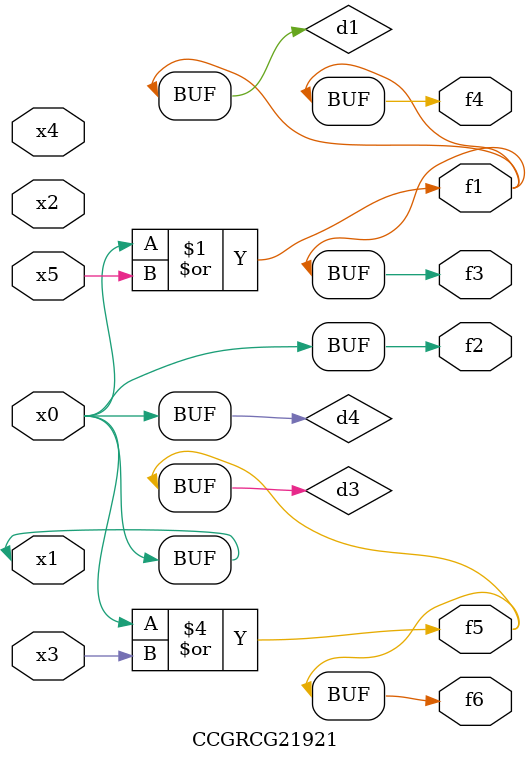
<source format=v>
module CCGRCG21921(
	input x0, x1, x2, x3, x4, x5,
	output f1, f2, f3, f4, f5, f6
);

	wire d1, d2, d3, d4;

	or (d1, x0, x5);
	xnor (d2, x1, x4);
	or (d3, x0, x3);
	buf (d4, x0, x1);
	assign f1 = d1;
	assign f2 = d4;
	assign f3 = d1;
	assign f4 = d1;
	assign f5 = d3;
	assign f6 = d3;
endmodule

</source>
